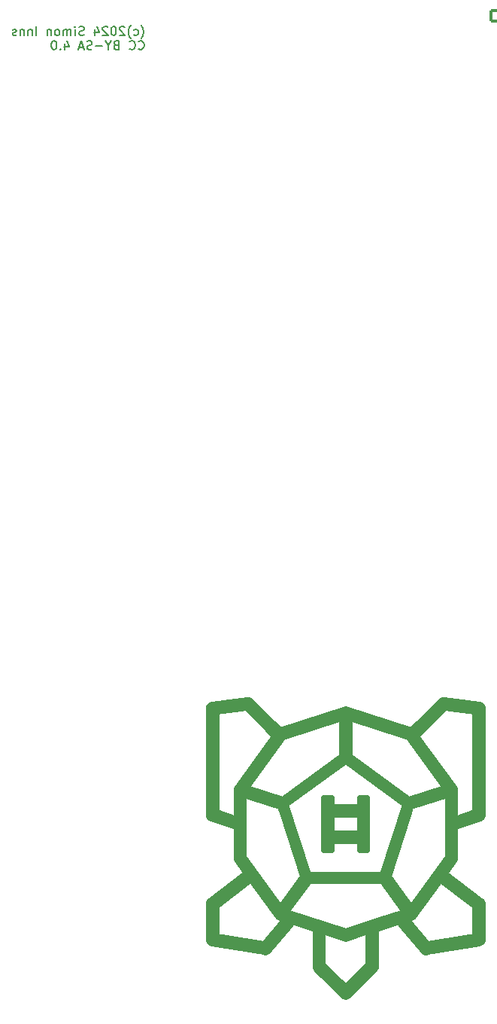
<source format=gbo>
G04 #@! TF.GenerationSoftware,KiCad,Pcbnew,7.0.10-7.0.10~ubuntu23.10.1*
G04 #@! TF.CreationDate,2024-01-06T16:48:24+01:00*
G04 #@! TF.ProjectId,valiant-turtle-2,76616c69-616e-4742-9d74-7572746c652d,rev?*
G04 #@! TF.SameCoordinates,Original*
G04 #@! TF.FileFunction,Legend,Bot*
G04 #@! TF.FilePolarity,Positive*
%FSLAX46Y46*%
G04 Gerber Fmt 4.6, Leading zero omitted, Abs format (unit mm)*
G04 Created by KiCad (PCBNEW 7.0.10-7.0.10~ubuntu23.10.1) date 2024-01-06 16:48:24*
%MOMM*%
%LPD*%
G01*
G04 APERTURE LIST*
G04 Aperture macros list*
%AMRoundRect*
0 Rectangle with rounded corners*
0 $1 Rounding radius*
0 $2 $3 $4 $5 $6 $7 $8 $9 X,Y pos of 4 corners*
0 Add a 4 corners polygon primitive as box body*
4,1,4,$2,$3,$4,$5,$6,$7,$8,$9,$2,$3,0*
0 Add four circle primitives for the rounded corners*
1,1,$1+$1,$2,$3*
1,1,$1+$1,$4,$5*
1,1,$1+$1,$6,$7*
1,1,$1+$1,$8,$9*
0 Add four rect primitives between the rounded corners*
20,1,$1+$1,$2,$3,$4,$5,0*
20,1,$1+$1,$4,$5,$6,$7,0*
20,1,$1+$1,$6,$7,$8,$9,0*
20,1,$1+$1,$8,$9,$2,$3,0*%
%AMHorizOval*
0 Thick line with rounded ends*
0 $1 width*
0 $2 $3 position (X,Y) of the first rounded end (center of the circle)*
0 $4 $5 position (X,Y) of the second rounded end (center of the circle)*
0 Add line between two ends*
20,1,$1,$2,$3,$4,$5,0*
0 Add two circle primitives to create the rounded ends*
1,1,$1,$2,$3*
1,1,$1,$4,$5*%
%AMFreePoly0*
4,1,28,0.605014,0.794986,0.644504,0.794986,0.724698,0.756366,0.780194,0.686777,0.800000,0.600000,0.800000,-0.600000,0.780194,-0.686777,0.724698,-0.756366,0.644504,-0.794986,0.605014,-0.794986,0.600000,-0.800000,0.000000,-0.800000,-0.178017,-0.779942,-0.347107,-0.720775,-0.498792,-0.625465,-0.625465,-0.498792,-0.720775,-0.347107,-0.779942,-0.178017,-0.800000,0.000000,-0.779942,0.178017,
-0.720775,0.347107,-0.625465,0.498792,-0.498792,0.625465,-0.347107,0.720775,-0.178017,0.779942,0.000000,0.800000,0.600000,0.800000,0.605014,0.794986,0.605014,0.794986,$1*%
%AMFreePoly1*
4,1,28,0.178017,0.779942,0.347107,0.720775,0.498792,0.625465,0.625465,0.498792,0.720775,0.347107,0.779942,0.178017,0.800000,0.000000,0.779942,-0.178017,0.720775,-0.347107,0.625465,-0.498792,0.498792,-0.625465,0.347107,-0.720775,0.178017,-0.779942,0.000000,-0.800000,-0.600000,-0.800000,-0.605014,-0.794986,-0.644504,-0.794986,-0.724698,-0.756366,-0.780194,-0.686777,-0.800000,-0.600000,
-0.800000,0.600000,-0.780194,0.686777,-0.724698,0.756366,-0.644504,0.794986,-0.605014,0.794986,-0.600000,0.800000,0.000000,0.800000,0.178017,0.779942,0.178017,0.779942,$1*%
G04 Aperture macros list end*
%ADD10C,0.500000*%
%ADD11C,0.150000*%
%ADD12RoundRect,0.250000X0.527882X-0.802397X0.898703X0.338871X-0.527882X0.802397X-0.898703X-0.338871X0*%
%ADD13HorizOval,1.700000X-0.142658X0.046353X0.142658X-0.046353X0*%
%ADD14R,1.700000X1.700000*%
%ADD15O,1.700000X1.700000*%
%ADD16C,2.700000*%
%ADD17R,1.600000X1.600000*%
%ADD18O,1.600000X1.600000*%
%ADD19C,3.200000*%
%ADD20RoundRect,0.250000X0.911555X0.233866X-0.059266X0.939208X-0.911555X-0.233866X0.059266X-0.939208X0*%
%ADD21HorizOval,1.700000X0.073473X0.101127X-0.073473X-0.101127X0*%
%ADD22RoundRect,0.250000X0.504106X-0.794671X0.874926X0.346597X-0.504106X0.794671X-0.874926X-0.346597X0*%
%ADD23HorizOval,1.700000X-0.118882X0.038627X0.118882X-0.038627X0*%
%ADD24RoundRect,0.250000X-0.874926X0.346597X-0.504106X-0.794671X0.874926X-0.346597X0.504106X0.794671X0*%
%ADD25HorizOval,1.700000X-0.118882X-0.038627X0.118882X0.038627X0*%
%ADD26C,2.200000*%
%ADD27C,1.850000*%
%ADD28RoundRect,0.200000X-0.600000X-0.600000X0.600000X-0.600000X0.600000X0.600000X-0.600000X0.600000X0*%
%ADD29C,1.600000*%
%ADD30FreePoly0,0.000000*%
%ADD31FreePoly1,0.000000*%
G04 APERTURE END LIST*
D10*
X106895190Y-123233198D02*
X110895190Y-123733198D01*
X110956790Y-123744901D01*
X111016591Y-123764299D01*
X111073390Y-123791101D01*
X111126390Y-123824701D01*
X111174790Y-123864698D01*
X111217790Y-123910501D01*
X111254590Y-123961301D01*
X111284890Y-124016302D01*
X111307990Y-124074701D01*
X111323590Y-124135500D01*
X111331491Y-124197801D01*
X111331491Y-136260603D01*
X111323590Y-136322904D01*
X111307990Y-136383710D01*
X111284890Y-136442091D01*
X111254590Y-136497114D01*
X111217790Y-136547926D01*
X111174790Y-136593687D01*
X111126390Y-136633711D01*
X111073390Y-136667356D01*
X111016591Y-136694090D01*
X108196191Y-137634184D01*
X108196191Y-141246410D01*
X107073789Y-142791299D01*
X107126390Y-142824689D01*
X111126390Y-145824690D01*
X111174790Y-145864710D01*
X111217790Y-145910470D01*
X111254590Y-145961290D01*
X111284890Y-146016310D01*
X111307990Y-146074690D01*
X111323590Y-146135500D01*
X111331491Y-146197800D01*
X111331491Y-150260600D01*
X111323590Y-150322900D01*
X111307990Y-150383700D01*
X111284890Y-150442100D01*
X111254590Y-150497100D01*
X111217790Y-150547900D01*
X111174790Y-150593700D01*
X111126390Y-150633700D01*
X111073390Y-150667300D01*
X111016591Y-150694100D01*
X110956790Y-150713500D01*
X110895190Y-150725200D01*
X105033361Y-151702164D01*
X104895139Y-151725200D01*
X104832490Y-151729200D01*
X104769820Y-151725200D01*
X104708131Y-151713500D01*
X104648419Y-151694100D01*
X104591599Y-151667300D01*
X104538590Y-151633700D01*
X104490201Y-151593700D01*
X104447221Y-151547900D01*
X101947221Y-148547900D01*
X101910329Y-148497100D01*
X101880071Y-148442100D01*
X101856950Y-148383700D01*
X101841340Y-148322900D01*
X101835740Y-148278600D01*
X99314000Y-149098000D01*
X99323621Y-149135500D01*
X99331500Y-149197800D01*
X99331500Y-153260601D01*
X99323621Y-153322900D01*
X99308009Y-153383699D01*
X99284900Y-153442100D01*
X99254640Y-153497100D01*
X99217740Y-153547901D01*
X99174760Y-153593700D01*
X96174760Y-156593700D01*
X96126374Y-156633699D01*
X96073365Y-156667301D01*
X96016542Y-156694099D01*
X95956834Y-156713501D01*
X95895143Y-156725200D01*
X95832490Y-156729200D01*
X95769837Y-156725200D01*
X95708146Y-156713501D01*
X95648438Y-156694099D01*
X95591615Y-156667301D01*
X95538606Y-156633699D01*
X95490220Y-156593700D01*
X92490220Y-153593700D01*
X92447240Y-153547901D01*
X92410340Y-153497100D01*
X92380080Y-153442100D01*
X92356970Y-153383699D01*
X92341360Y-153322900D01*
X92333480Y-153260601D01*
X92333480Y-153021500D01*
X93331510Y-153021500D01*
X95832490Y-155522400D01*
X98333470Y-153021500D01*
X98333470Y-149416600D01*
X95832490Y-150229200D01*
X93331510Y-149416600D01*
X93331510Y-153021500D01*
X92333480Y-153021500D01*
X92333480Y-149197800D01*
X92341360Y-149135500D01*
X92350980Y-149098000D01*
X89829240Y-148278600D01*
X89823640Y-148322900D01*
X89808030Y-148383700D01*
X89784910Y-148442100D01*
X89754650Y-148497100D01*
X89717760Y-148547900D01*
X87217760Y-151547900D01*
X87174780Y-151593700D01*
X87126390Y-151633700D01*
X87073380Y-151667300D01*
X87016560Y-151694100D01*
X86956850Y-151713500D01*
X86895160Y-151725200D01*
X86832490Y-151729200D01*
X86769840Y-151725200D01*
X86631620Y-151702164D01*
X80769790Y-150725200D01*
X80708190Y-150713500D01*
X80648390Y-150694100D01*
X80591590Y-150667300D01*
X80538590Y-150633700D01*
X80490190Y-150593700D01*
X80447190Y-150547900D01*
X80410390Y-150497100D01*
X80380090Y-150442100D01*
X80356990Y-150383700D01*
X80341390Y-150322900D01*
X80333490Y-150260600D01*
X80333490Y-149805900D01*
X81331490Y-149805900D01*
X86631620Y-150689200D01*
X88893750Y-147974700D01*
X88470059Y-147837000D01*
X88191290Y-147746400D01*
X87721544Y-147099850D01*
X89279070Y-147099850D01*
X95832490Y-149229200D01*
X99693418Y-147974700D01*
X102771230Y-147974700D01*
X105033361Y-150689200D01*
X110333489Y-149805900D01*
X110333489Y-146479860D01*
X106538590Y-143633700D01*
X106490590Y-143593990D01*
X103473691Y-147746400D01*
X103194921Y-147837001D01*
X102771230Y-147974700D01*
X99693418Y-147974700D01*
X102385911Y-147099850D01*
X99946981Y-143742957D01*
X99916730Y-143701320D01*
X91748250Y-143701320D01*
X89279070Y-147099850D01*
X87721544Y-147099850D01*
X85174390Y-143593990D01*
X85126390Y-143633700D01*
X81331490Y-146479860D01*
X81331490Y-149805900D01*
X80333490Y-149805900D01*
X80333490Y-146197800D01*
X80341390Y-146135500D01*
X80356990Y-146074690D01*
X80380090Y-146016310D01*
X80410390Y-145961290D01*
X80447190Y-145910470D01*
X80490190Y-145864710D01*
X80538590Y-145824690D01*
X84538590Y-142824689D01*
X84591190Y-142791299D01*
X83468790Y-141246410D01*
X83468790Y-137634184D01*
X80648390Y-136694090D01*
X80591590Y-136667356D01*
X80538590Y-136633711D01*
X80490190Y-136593687D01*
X80447190Y-136547926D01*
X80410390Y-136497114D01*
X80380090Y-136442091D01*
X80356990Y-136383710D01*
X80341390Y-136322904D01*
X80333490Y-136260603D01*
X80333490Y-135869310D01*
X81331490Y-135869310D01*
X83468790Y-136581724D01*
X83468790Y-134046739D01*
X84419790Y-134046739D01*
X84419790Y-140937391D01*
X88470059Y-146512070D01*
X90939230Y-143113540D01*
X100725751Y-143113540D01*
X103194921Y-146512070D01*
X107245191Y-140937391D01*
X107245191Y-134046739D01*
X103249959Y-135344860D01*
X102940930Y-136295948D01*
X100725751Y-143113540D01*
X90939230Y-143113540D01*
X88724050Y-136295950D01*
X88415020Y-135344860D01*
X87557018Y-135066080D01*
X89175099Y-135066080D01*
X91717999Y-142892320D01*
X99946981Y-142892320D01*
X102489881Y-135066080D01*
X95832490Y-130229200D01*
X89175099Y-135066080D01*
X87557018Y-135066080D01*
X84419790Y-134046739D01*
X83468790Y-134046739D01*
X83468790Y-133211990D01*
X83553287Y-133095689D01*
X84728790Y-133095689D01*
X88724050Y-134393800D01*
X95332490Y-129592479D01*
X95332490Y-125391700D01*
X96332490Y-125391700D01*
X96332490Y-129592479D01*
X102940930Y-134393800D01*
X106936189Y-133095689D01*
X102885911Y-127521009D01*
X102326107Y-127339120D01*
X103929320Y-127339120D01*
X108196191Y-133211990D01*
X108196191Y-136581724D01*
X110333489Y-135869310D01*
X110333489Y-124670698D01*
X107012790Y-124255598D01*
X103929320Y-127339120D01*
X102326107Y-127339120D01*
X96332490Y-125391700D01*
X95332490Y-125391700D01*
X88779070Y-127521009D01*
X84728790Y-133095689D01*
X83553287Y-133095689D01*
X87735660Y-127339120D01*
X84652190Y-124255598D01*
X81331490Y-124670698D01*
X81331490Y-135869310D01*
X80333490Y-135869310D01*
X80333490Y-124197801D01*
X80341390Y-124135500D01*
X80356990Y-124074701D01*
X80380090Y-124016302D01*
X80410390Y-123961301D01*
X80447190Y-123910501D01*
X80490190Y-123864698D01*
X80538590Y-123824701D01*
X80591590Y-123791101D01*
X80648390Y-123764299D01*
X80708190Y-123744901D01*
X80769790Y-123733198D01*
X84769790Y-123233198D01*
X84832490Y-123229200D01*
X84895190Y-123233198D01*
X84956890Y-123244901D01*
X85016590Y-123264299D01*
X85073390Y-123291101D01*
X85126390Y-123324701D01*
X85174790Y-123364698D01*
X88440920Y-126630899D01*
X95832490Y-124229200D01*
X103224061Y-126630899D01*
X106490190Y-123364698D01*
X106538590Y-123324701D01*
X106591590Y-123291101D01*
X106648389Y-123264299D01*
X106708089Y-123244901D01*
X106769790Y-123233198D01*
X106832490Y-123229200D01*
X106895190Y-123233198D01*
G36*
X106895190Y-123233198D02*
G01*
X110895190Y-123733198D01*
X110956790Y-123744901D01*
X111016591Y-123764299D01*
X111073390Y-123791101D01*
X111126390Y-123824701D01*
X111174790Y-123864698D01*
X111217790Y-123910501D01*
X111254590Y-123961301D01*
X111284890Y-124016302D01*
X111307990Y-124074701D01*
X111323590Y-124135500D01*
X111331491Y-124197801D01*
X111331491Y-136260603D01*
X111323590Y-136322904D01*
X111307990Y-136383710D01*
X111284890Y-136442091D01*
X111254590Y-136497114D01*
X111217790Y-136547926D01*
X111174790Y-136593687D01*
X111126390Y-136633711D01*
X111073390Y-136667356D01*
X111016591Y-136694090D01*
X108196191Y-137634184D01*
X108196191Y-141246410D01*
X107073789Y-142791299D01*
X107126390Y-142824689D01*
X111126390Y-145824690D01*
X111174790Y-145864710D01*
X111217790Y-145910470D01*
X111254590Y-145961290D01*
X111284890Y-146016310D01*
X111307990Y-146074690D01*
X111323590Y-146135500D01*
X111331491Y-146197800D01*
X111331491Y-150260600D01*
X111323590Y-150322900D01*
X111307990Y-150383700D01*
X111284890Y-150442100D01*
X111254590Y-150497100D01*
X111217790Y-150547900D01*
X111174790Y-150593700D01*
X111126390Y-150633700D01*
X111073390Y-150667300D01*
X111016591Y-150694100D01*
X110956790Y-150713500D01*
X110895190Y-150725200D01*
X105033361Y-151702164D01*
X104895139Y-151725200D01*
X104832490Y-151729200D01*
X104769820Y-151725200D01*
X104708131Y-151713500D01*
X104648419Y-151694100D01*
X104591599Y-151667300D01*
X104538590Y-151633700D01*
X104490201Y-151593700D01*
X104447221Y-151547900D01*
X101947221Y-148547900D01*
X101910329Y-148497100D01*
X101880071Y-148442100D01*
X101856950Y-148383700D01*
X101841340Y-148322900D01*
X101835740Y-148278600D01*
X99314000Y-149098000D01*
X99323621Y-149135500D01*
X99331500Y-149197800D01*
X99331500Y-153260601D01*
X99323621Y-153322900D01*
X99308009Y-153383699D01*
X99284900Y-153442100D01*
X99254640Y-153497100D01*
X99217740Y-153547901D01*
X99174760Y-153593700D01*
X96174760Y-156593700D01*
X96126374Y-156633699D01*
X96073365Y-156667301D01*
X96016542Y-156694099D01*
X95956834Y-156713501D01*
X95895143Y-156725200D01*
X95832490Y-156729200D01*
X95769837Y-156725200D01*
X95708146Y-156713501D01*
X95648438Y-156694099D01*
X95591615Y-156667301D01*
X95538606Y-156633699D01*
X95490220Y-156593700D01*
X92490220Y-153593700D01*
X92447240Y-153547901D01*
X92410340Y-153497100D01*
X92380080Y-153442100D01*
X92356970Y-153383699D01*
X92341360Y-153322900D01*
X92333480Y-153260601D01*
X92333480Y-153021500D01*
X93331510Y-153021500D01*
X95832490Y-155522400D01*
X98333470Y-153021500D01*
X98333470Y-149416600D01*
X95832490Y-150229200D01*
X93331510Y-149416600D01*
X93331510Y-153021500D01*
X92333480Y-153021500D01*
X92333480Y-149197800D01*
X92341360Y-149135500D01*
X92350980Y-149098000D01*
X89829240Y-148278600D01*
X89823640Y-148322900D01*
X89808030Y-148383700D01*
X89784910Y-148442100D01*
X89754650Y-148497100D01*
X89717760Y-148547900D01*
X87217760Y-151547900D01*
X87174780Y-151593700D01*
X87126390Y-151633700D01*
X87073380Y-151667300D01*
X87016560Y-151694100D01*
X86956850Y-151713500D01*
X86895160Y-151725200D01*
X86832490Y-151729200D01*
X86769840Y-151725200D01*
X86631620Y-151702164D01*
X80769790Y-150725200D01*
X80708190Y-150713500D01*
X80648390Y-150694100D01*
X80591590Y-150667300D01*
X80538590Y-150633700D01*
X80490190Y-150593700D01*
X80447190Y-150547900D01*
X80410390Y-150497100D01*
X80380090Y-150442100D01*
X80356990Y-150383700D01*
X80341390Y-150322900D01*
X80333490Y-150260600D01*
X80333490Y-149805900D01*
X81331490Y-149805900D01*
X86631620Y-150689200D01*
X88893750Y-147974700D01*
X88470059Y-147837000D01*
X88191290Y-147746400D01*
X87721544Y-147099850D01*
X89279070Y-147099850D01*
X95832490Y-149229200D01*
X99693418Y-147974700D01*
X102771230Y-147974700D01*
X105033361Y-150689200D01*
X110333489Y-149805900D01*
X110333489Y-146479860D01*
X106538590Y-143633700D01*
X106490590Y-143593990D01*
X103473691Y-147746400D01*
X103194921Y-147837001D01*
X102771230Y-147974700D01*
X99693418Y-147974700D01*
X102385911Y-147099850D01*
X99946981Y-143742957D01*
X99916730Y-143701320D01*
X91748250Y-143701320D01*
X89279070Y-147099850D01*
X87721544Y-147099850D01*
X85174390Y-143593990D01*
X85126390Y-143633700D01*
X81331490Y-146479860D01*
X81331490Y-149805900D01*
X80333490Y-149805900D01*
X80333490Y-146197800D01*
X80341390Y-146135500D01*
X80356990Y-146074690D01*
X80380090Y-146016310D01*
X80410390Y-145961290D01*
X80447190Y-145910470D01*
X80490190Y-145864710D01*
X80538590Y-145824690D01*
X84538590Y-142824689D01*
X84591190Y-142791299D01*
X83468790Y-141246410D01*
X83468790Y-137634184D01*
X80648390Y-136694090D01*
X80591590Y-136667356D01*
X80538590Y-136633711D01*
X80490190Y-136593687D01*
X80447190Y-136547926D01*
X80410390Y-136497114D01*
X80380090Y-136442091D01*
X80356990Y-136383710D01*
X80341390Y-136322904D01*
X80333490Y-136260603D01*
X80333490Y-135869310D01*
X81331490Y-135869310D01*
X83468790Y-136581724D01*
X83468790Y-134046739D01*
X84419790Y-134046739D01*
X84419790Y-140937391D01*
X88470059Y-146512070D01*
X90939230Y-143113540D01*
X100725751Y-143113540D01*
X103194921Y-146512070D01*
X107245191Y-140937391D01*
X107245191Y-134046739D01*
X103249959Y-135344860D01*
X102940930Y-136295948D01*
X100725751Y-143113540D01*
X90939230Y-143113540D01*
X88724050Y-136295950D01*
X88415020Y-135344860D01*
X87557018Y-135066080D01*
X89175099Y-135066080D01*
X91717999Y-142892320D01*
X99946981Y-142892320D01*
X102489881Y-135066080D01*
X95832490Y-130229200D01*
X89175099Y-135066080D01*
X87557018Y-135066080D01*
X84419790Y-134046739D01*
X83468790Y-134046739D01*
X83468790Y-133211990D01*
X83553287Y-133095689D01*
X84728790Y-133095689D01*
X88724050Y-134393800D01*
X95332490Y-129592479D01*
X95332490Y-125391700D01*
X96332490Y-125391700D01*
X96332490Y-129592479D01*
X102940930Y-134393800D01*
X106936189Y-133095689D01*
X102885911Y-127521009D01*
X102326107Y-127339120D01*
X103929320Y-127339120D01*
X108196191Y-133211990D01*
X108196191Y-136581724D01*
X110333489Y-135869310D01*
X110333489Y-124670698D01*
X107012790Y-124255598D01*
X103929320Y-127339120D01*
X102326107Y-127339120D01*
X96332490Y-125391700D01*
X95332490Y-125391700D01*
X88779070Y-127521009D01*
X84728790Y-133095689D01*
X83553287Y-133095689D01*
X87735660Y-127339120D01*
X84652190Y-124255598D01*
X81331490Y-124670698D01*
X81331490Y-135869310D01*
X80333490Y-135869310D01*
X80333490Y-124197801D01*
X80341390Y-124135500D01*
X80356990Y-124074701D01*
X80380090Y-124016302D01*
X80410390Y-123961301D01*
X80447190Y-123910501D01*
X80490190Y-123864698D01*
X80538590Y-123824701D01*
X80591590Y-123791101D01*
X80648390Y-123764299D01*
X80708190Y-123744901D01*
X80769790Y-123733198D01*
X84769790Y-123233198D01*
X84832490Y-123229200D01*
X84895190Y-123233198D01*
X84956890Y-123244901D01*
X85016590Y-123264299D01*
X85073390Y-123291101D01*
X85126390Y-123324701D01*
X85174790Y-123364698D01*
X88440920Y-126630899D01*
X95832490Y-124229200D01*
X103224061Y-126630899D01*
X106490190Y-123364698D01*
X106538590Y-123324701D01*
X106591590Y-123291101D01*
X106648389Y-123264299D01*
X106708089Y-123244901D01*
X106769790Y-123233198D01*
X106832490Y-123229200D01*
X106895190Y-123233198D01*
G37*
X94332490Y-135229200D02*
X97332490Y-135229200D01*
X97332490Y-134229200D01*
X98332490Y-134229200D01*
X98332490Y-140229200D01*
X97332490Y-140229200D01*
X97332490Y-139229200D01*
X94332490Y-139229200D01*
X94332490Y-140229200D01*
X93332490Y-140229200D01*
X93332490Y-136229200D01*
X94332490Y-136229200D01*
X94332490Y-138229200D01*
X97332490Y-138229200D01*
X97332490Y-136229200D01*
X94332490Y-136229200D01*
X93332490Y-136229200D01*
X93332490Y-134229200D01*
X94332490Y-134229200D01*
X94332490Y-135229200D01*
G36*
X94332490Y-135229200D02*
G01*
X97332490Y-135229200D01*
X97332490Y-134229200D01*
X98332490Y-134229200D01*
X98332490Y-140229200D01*
X97332490Y-140229200D01*
X97332490Y-139229200D01*
X94332490Y-139229200D01*
X94332490Y-140229200D01*
X93332490Y-140229200D01*
X93332490Y-136229200D01*
X94332490Y-136229200D01*
X94332490Y-138229200D01*
X97332490Y-138229200D01*
X97332490Y-136229200D01*
X94332490Y-136229200D01*
X93332490Y-136229200D01*
X93332490Y-134229200D01*
X94332490Y-134229200D01*
X94332490Y-135229200D01*
G37*
D11*
X72783506Y-48932771D02*
X72831125Y-48885152D01*
X72831125Y-48885152D02*
X72926363Y-48742295D01*
X72926363Y-48742295D02*
X72973982Y-48647057D01*
X72973982Y-48647057D02*
X73021601Y-48504200D01*
X73021601Y-48504200D02*
X73069220Y-48266104D01*
X73069220Y-48266104D02*
X73069220Y-48075628D01*
X73069220Y-48075628D02*
X73021601Y-47837533D01*
X73021601Y-47837533D02*
X72973982Y-47694676D01*
X72973982Y-47694676D02*
X72926363Y-47599438D01*
X72926363Y-47599438D02*
X72831125Y-47456580D01*
X72831125Y-47456580D02*
X72783506Y-47408961D01*
X71973982Y-48504200D02*
X72069220Y-48551819D01*
X72069220Y-48551819D02*
X72259696Y-48551819D01*
X72259696Y-48551819D02*
X72354934Y-48504200D01*
X72354934Y-48504200D02*
X72402553Y-48456580D01*
X72402553Y-48456580D02*
X72450172Y-48361342D01*
X72450172Y-48361342D02*
X72450172Y-48075628D01*
X72450172Y-48075628D02*
X72402553Y-47980390D01*
X72402553Y-47980390D02*
X72354934Y-47932771D01*
X72354934Y-47932771D02*
X72259696Y-47885152D01*
X72259696Y-47885152D02*
X72069220Y-47885152D01*
X72069220Y-47885152D02*
X71973982Y-47932771D01*
X71640648Y-48932771D02*
X71593029Y-48885152D01*
X71593029Y-48885152D02*
X71497791Y-48742295D01*
X71497791Y-48742295D02*
X71450172Y-48647057D01*
X71450172Y-48647057D02*
X71402553Y-48504200D01*
X71402553Y-48504200D02*
X71354934Y-48266104D01*
X71354934Y-48266104D02*
X71354934Y-48075628D01*
X71354934Y-48075628D02*
X71402553Y-47837533D01*
X71402553Y-47837533D02*
X71450172Y-47694676D01*
X71450172Y-47694676D02*
X71497791Y-47599438D01*
X71497791Y-47599438D02*
X71593029Y-47456580D01*
X71593029Y-47456580D02*
X71640648Y-47408961D01*
X70926362Y-47647057D02*
X70878743Y-47599438D01*
X70878743Y-47599438D02*
X70783505Y-47551819D01*
X70783505Y-47551819D02*
X70545410Y-47551819D01*
X70545410Y-47551819D02*
X70450172Y-47599438D01*
X70450172Y-47599438D02*
X70402553Y-47647057D01*
X70402553Y-47647057D02*
X70354934Y-47742295D01*
X70354934Y-47742295D02*
X70354934Y-47837533D01*
X70354934Y-47837533D02*
X70402553Y-47980390D01*
X70402553Y-47980390D02*
X70973981Y-48551819D01*
X70973981Y-48551819D02*
X70354934Y-48551819D01*
X69735886Y-47551819D02*
X69640648Y-47551819D01*
X69640648Y-47551819D02*
X69545410Y-47599438D01*
X69545410Y-47599438D02*
X69497791Y-47647057D01*
X69497791Y-47647057D02*
X69450172Y-47742295D01*
X69450172Y-47742295D02*
X69402553Y-47932771D01*
X69402553Y-47932771D02*
X69402553Y-48170866D01*
X69402553Y-48170866D02*
X69450172Y-48361342D01*
X69450172Y-48361342D02*
X69497791Y-48456580D01*
X69497791Y-48456580D02*
X69545410Y-48504200D01*
X69545410Y-48504200D02*
X69640648Y-48551819D01*
X69640648Y-48551819D02*
X69735886Y-48551819D01*
X69735886Y-48551819D02*
X69831124Y-48504200D01*
X69831124Y-48504200D02*
X69878743Y-48456580D01*
X69878743Y-48456580D02*
X69926362Y-48361342D01*
X69926362Y-48361342D02*
X69973981Y-48170866D01*
X69973981Y-48170866D02*
X69973981Y-47932771D01*
X69973981Y-47932771D02*
X69926362Y-47742295D01*
X69926362Y-47742295D02*
X69878743Y-47647057D01*
X69878743Y-47647057D02*
X69831124Y-47599438D01*
X69831124Y-47599438D02*
X69735886Y-47551819D01*
X69021600Y-47647057D02*
X68973981Y-47599438D01*
X68973981Y-47599438D02*
X68878743Y-47551819D01*
X68878743Y-47551819D02*
X68640648Y-47551819D01*
X68640648Y-47551819D02*
X68545410Y-47599438D01*
X68545410Y-47599438D02*
X68497791Y-47647057D01*
X68497791Y-47647057D02*
X68450172Y-47742295D01*
X68450172Y-47742295D02*
X68450172Y-47837533D01*
X68450172Y-47837533D02*
X68497791Y-47980390D01*
X68497791Y-47980390D02*
X69069219Y-48551819D01*
X69069219Y-48551819D02*
X68450172Y-48551819D01*
X67593029Y-47885152D02*
X67593029Y-48551819D01*
X67831124Y-47504200D02*
X68069219Y-48218485D01*
X68069219Y-48218485D02*
X67450172Y-48218485D01*
X66354933Y-48504200D02*
X66212076Y-48551819D01*
X66212076Y-48551819D02*
X65973981Y-48551819D01*
X65973981Y-48551819D02*
X65878743Y-48504200D01*
X65878743Y-48504200D02*
X65831124Y-48456580D01*
X65831124Y-48456580D02*
X65783505Y-48361342D01*
X65783505Y-48361342D02*
X65783505Y-48266104D01*
X65783505Y-48266104D02*
X65831124Y-48170866D01*
X65831124Y-48170866D02*
X65878743Y-48123247D01*
X65878743Y-48123247D02*
X65973981Y-48075628D01*
X65973981Y-48075628D02*
X66164457Y-48028009D01*
X66164457Y-48028009D02*
X66259695Y-47980390D01*
X66259695Y-47980390D02*
X66307314Y-47932771D01*
X66307314Y-47932771D02*
X66354933Y-47837533D01*
X66354933Y-47837533D02*
X66354933Y-47742295D01*
X66354933Y-47742295D02*
X66307314Y-47647057D01*
X66307314Y-47647057D02*
X66259695Y-47599438D01*
X66259695Y-47599438D02*
X66164457Y-47551819D01*
X66164457Y-47551819D02*
X65926362Y-47551819D01*
X65926362Y-47551819D02*
X65783505Y-47599438D01*
X65354933Y-48551819D02*
X65354933Y-47885152D01*
X65354933Y-47551819D02*
X65402552Y-47599438D01*
X65402552Y-47599438D02*
X65354933Y-47647057D01*
X65354933Y-47647057D02*
X65307314Y-47599438D01*
X65307314Y-47599438D02*
X65354933Y-47551819D01*
X65354933Y-47551819D02*
X65354933Y-47647057D01*
X64878743Y-48551819D02*
X64878743Y-47885152D01*
X64878743Y-47980390D02*
X64831124Y-47932771D01*
X64831124Y-47932771D02*
X64735886Y-47885152D01*
X64735886Y-47885152D02*
X64593029Y-47885152D01*
X64593029Y-47885152D02*
X64497791Y-47932771D01*
X64497791Y-47932771D02*
X64450172Y-48028009D01*
X64450172Y-48028009D02*
X64450172Y-48551819D01*
X64450172Y-48028009D02*
X64402553Y-47932771D01*
X64402553Y-47932771D02*
X64307315Y-47885152D01*
X64307315Y-47885152D02*
X64164458Y-47885152D01*
X64164458Y-47885152D02*
X64069219Y-47932771D01*
X64069219Y-47932771D02*
X64021600Y-48028009D01*
X64021600Y-48028009D02*
X64021600Y-48551819D01*
X63402553Y-48551819D02*
X63497791Y-48504200D01*
X63497791Y-48504200D02*
X63545410Y-48456580D01*
X63545410Y-48456580D02*
X63593029Y-48361342D01*
X63593029Y-48361342D02*
X63593029Y-48075628D01*
X63593029Y-48075628D02*
X63545410Y-47980390D01*
X63545410Y-47980390D02*
X63497791Y-47932771D01*
X63497791Y-47932771D02*
X63402553Y-47885152D01*
X63402553Y-47885152D02*
X63259696Y-47885152D01*
X63259696Y-47885152D02*
X63164458Y-47932771D01*
X63164458Y-47932771D02*
X63116839Y-47980390D01*
X63116839Y-47980390D02*
X63069220Y-48075628D01*
X63069220Y-48075628D02*
X63069220Y-48361342D01*
X63069220Y-48361342D02*
X63116839Y-48456580D01*
X63116839Y-48456580D02*
X63164458Y-48504200D01*
X63164458Y-48504200D02*
X63259696Y-48551819D01*
X63259696Y-48551819D02*
X63402553Y-48551819D01*
X62640648Y-47885152D02*
X62640648Y-48551819D01*
X62640648Y-47980390D02*
X62593029Y-47932771D01*
X62593029Y-47932771D02*
X62497791Y-47885152D01*
X62497791Y-47885152D02*
X62354934Y-47885152D01*
X62354934Y-47885152D02*
X62259696Y-47932771D01*
X62259696Y-47932771D02*
X62212077Y-48028009D01*
X62212077Y-48028009D02*
X62212077Y-48551819D01*
X60973981Y-48551819D02*
X60973981Y-47551819D01*
X60497791Y-47885152D02*
X60497791Y-48551819D01*
X60497791Y-47980390D02*
X60450172Y-47932771D01*
X60450172Y-47932771D02*
X60354934Y-47885152D01*
X60354934Y-47885152D02*
X60212077Y-47885152D01*
X60212077Y-47885152D02*
X60116839Y-47932771D01*
X60116839Y-47932771D02*
X60069220Y-48028009D01*
X60069220Y-48028009D02*
X60069220Y-48551819D01*
X59593029Y-47885152D02*
X59593029Y-48551819D01*
X59593029Y-47980390D02*
X59545410Y-47932771D01*
X59545410Y-47932771D02*
X59450172Y-47885152D01*
X59450172Y-47885152D02*
X59307315Y-47885152D01*
X59307315Y-47885152D02*
X59212077Y-47932771D01*
X59212077Y-47932771D02*
X59164458Y-48028009D01*
X59164458Y-48028009D02*
X59164458Y-48551819D01*
X58735886Y-48504200D02*
X58640648Y-48551819D01*
X58640648Y-48551819D02*
X58450172Y-48551819D01*
X58450172Y-48551819D02*
X58354934Y-48504200D01*
X58354934Y-48504200D02*
X58307315Y-48408961D01*
X58307315Y-48408961D02*
X58307315Y-48361342D01*
X58307315Y-48361342D02*
X58354934Y-48266104D01*
X58354934Y-48266104D02*
X58450172Y-48218485D01*
X58450172Y-48218485D02*
X58593029Y-48218485D01*
X58593029Y-48218485D02*
X58688267Y-48170866D01*
X58688267Y-48170866D02*
X58735886Y-48075628D01*
X58735886Y-48075628D02*
X58735886Y-48028009D01*
X58735886Y-48028009D02*
X58688267Y-47932771D01*
X58688267Y-47932771D02*
X58593029Y-47885152D01*
X58593029Y-47885152D02*
X58450172Y-47885152D01*
X58450172Y-47885152D02*
X58354934Y-47932771D01*
X72497792Y-50066580D02*
X72545411Y-50114200D01*
X72545411Y-50114200D02*
X72688268Y-50161819D01*
X72688268Y-50161819D02*
X72783506Y-50161819D01*
X72783506Y-50161819D02*
X72926363Y-50114200D01*
X72926363Y-50114200D02*
X73021601Y-50018961D01*
X73021601Y-50018961D02*
X73069220Y-49923723D01*
X73069220Y-49923723D02*
X73116839Y-49733247D01*
X73116839Y-49733247D02*
X73116839Y-49590390D01*
X73116839Y-49590390D02*
X73069220Y-49399914D01*
X73069220Y-49399914D02*
X73021601Y-49304676D01*
X73021601Y-49304676D02*
X72926363Y-49209438D01*
X72926363Y-49209438D02*
X72783506Y-49161819D01*
X72783506Y-49161819D02*
X72688268Y-49161819D01*
X72688268Y-49161819D02*
X72545411Y-49209438D01*
X72545411Y-49209438D02*
X72497792Y-49257057D01*
X71497792Y-50066580D02*
X71545411Y-50114200D01*
X71545411Y-50114200D02*
X71688268Y-50161819D01*
X71688268Y-50161819D02*
X71783506Y-50161819D01*
X71783506Y-50161819D02*
X71926363Y-50114200D01*
X71926363Y-50114200D02*
X72021601Y-50018961D01*
X72021601Y-50018961D02*
X72069220Y-49923723D01*
X72069220Y-49923723D02*
X72116839Y-49733247D01*
X72116839Y-49733247D02*
X72116839Y-49590390D01*
X72116839Y-49590390D02*
X72069220Y-49399914D01*
X72069220Y-49399914D02*
X72021601Y-49304676D01*
X72021601Y-49304676D02*
X71926363Y-49209438D01*
X71926363Y-49209438D02*
X71783506Y-49161819D01*
X71783506Y-49161819D02*
X71688268Y-49161819D01*
X71688268Y-49161819D02*
X71545411Y-49209438D01*
X71545411Y-49209438D02*
X71497792Y-49257057D01*
X69973982Y-49638009D02*
X69831125Y-49685628D01*
X69831125Y-49685628D02*
X69783506Y-49733247D01*
X69783506Y-49733247D02*
X69735887Y-49828485D01*
X69735887Y-49828485D02*
X69735887Y-49971342D01*
X69735887Y-49971342D02*
X69783506Y-50066580D01*
X69783506Y-50066580D02*
X69831125Y-50114200D01*
X69831125Y-50114200D02*
X69926363Y-50161819D01*
X69926363Y-50161819D02*
X70307315Y-50161819D01*
X70307315Y-50161819D02*
X70307315Y-49161819D01*
X70307315Y-49161819D02*
X69973982Y-49161819D01*
X69973982Y-49161819D02*
X69878744Y-49209438D01*
X69878744Y-49209438D02*
X69831125Y-49257057D01*
X69831125Y-49257057D02*
X69783506Y-49352295D01*
X69783506Y-49352295D02*
X69783506Y-49447533D01*
X69783506Y-49447533D02*
X69831125Y-49542771D01*
X69831125Y-49542771D02*
X69878744Y-49590390D01*
X69878744Y-49590390D02*
X69973982Y-49638009D01*
X69973982Y-49638009D02*
X70307315Y-49638009D01*
X69116839Y-49685628D02*
X69116839Y-50161819D01*
X69450172Y-49161819D02*
X69116839Y-49685628D01*
X69116839Y-49685628D02*
X68783506Y-49161819D01*
X68450172Y-49780866D02*
X67688268Y-49780866D01*
X67259696Y-50114200D02*
X67116839Y-50161819D01*
X67116839Y-50161819D02*
X66878744Y-50161819D01*
X66878744Y-50161819D02*
X66783506Y-50114200D01*
X66783506Y-50114200D02*
X66735887Y-50066580D01*
X66735887Y-50066580D02*
X66688268Y-49971342D01*
X66688268Y-49971342D02*
X66688268Y-49876104D01*
X66688268Y-49876104D02*
X66735887Y-49780866D01*
X66735887Y-49780866D02*
X66783506Y-49733247D01*
X66783506Y-49733247D02*
X66878744Y-49685628D01*
X66878744Y-49685628D02*
X67069220Y-49638009D01*
X67069220Y-49638009D02*
X67164458Y-49590390D01*
X67164458Y-49590390D02*
X67212077Y-49542771D01*
X67212077Y-49542771D02*
X67259696Y-49447533D01*
X67259696Y-49447533D02*
X67259696Y-49352295D01*
X67259696Y-49352295D02*
X67212077Y-49257057D01*
X67212077Y-49257057D02*
X67164458Y-49209438D01*
X67164458Y-49209438D02*
X67069220Y-49161819D01*
X67069220Y-49161819D02*
X66831125Y-49161819D01*
X66831125Y-49161819D02*
X66688268Y-49209438D01*
X66307315Y-49876104D02*
X65831125Y-49876104D01*
X66402553Y-50161819D02*
X66069220Y-49161819D01*
X66069220Y-49161819D02*
X65735887Y-50161819D01*
X64212077Y-49495152D02*
X64212077Y-50161819D01*
X64450172Y-49114200D02*
X64688267Y-49828485D01*
X64688267Y-49828485D02*
X64069220Y-49828485D01*
X63688267Y-50066580D02*
X63640648Y-50114200D01*
X63640648Y-50114200D02*
X63688267Y-50161819D01*
X63688267Y-50161819D02*
X63735886Y-50114200D01*
X63735886Y-50114200D02*
X63688267Y-50066580D01*
X63688267Y-50066580D02*
X63688267Y-50161819D01*
X63021601Y-49161819D02*
X62926363Y-49161819D01*
X62926363Y-49161819D02*
X62831125Y-49209438D01*
X62831125Y-49209438D02*
X62783506Y-49257057D01*
X62783506Y-49257057D02*
X62735887Y-49352295D01*
X62735887Y-49352295D02*
X62688268Y-49542771D01*
X62688268Y-49542771D02*
X62688268Y-49780866D01*
X62688268Y-49780866D02*
X62735887Y-49971342D01*
X62735887Y-49971342D02*
X62783506Y-50066580D01*
X62783506Y-50066580D02*
X62831125Y-50114200D01*
X62831125Y-50114200D02*
X62926363Y-50161819D01*
X62926363Y-50161819D02*
X63021601Y-50161819D01*
X63021601Y-50161819D02*
X63116839Y-50114200D01*
X63116839Y-50114200D02*
X63164458Y-50066580D01*
X63164458Y-50066580D02*
X63212077Y-49971342D01*
X63212077Y-49971342D02*
X63259696Y-49780866D01*
X63259696Y-49780866D02*
X63259696Y-49542771D01*
X63259696Y-49542771D02*
X63212077Y-49352295D01*
X63212077Y-49352295D02*
X63164458Y-49257057D01*
X63164458Y-49257057D02*
X63116839Y-49209438D01*
X63116839Y-49209438D02*
X63021601Y-49161819D01*
%LPC*%
D12*
X44947458Y-85435641D03*
D13*
X45720000Y-83058000D03*
D14*
X139954000Y-61722000D03*
D15*
X139954000Y-64262000D03*
X139954000Y-66802000D03*
D16*
X111125000Y-153416000D03*
D17*
X126746000Y-115062000D03*
D18*
X129286000Y-115062000D03*
X131826000Y-115062000D03*
X134366000Y-115062000D03*
X136906000Y-115062000D03*
X139446000Y-115062000D03*
X141986000Y-115062000D03*
X144526000Y-115062000D03*
X144526000Y-102362000D03*
X141986000Y-102362000D03*
X139446000Y-102362000D03*
X136906000Y-102362000D03*
X134366000Y-102362000D03*
X131826000Y-102362000D03*
X129286000Y-102362000D03*
X126746000Y-102362000D03*
D19*
X95981600Y-48312000D03*
D14*
X135890000Y-66802000D03*
X78486000Y-85852000D03*
D15*
X81026000Y-85852000D03*
X83566000Y-85852000D03*
D20*
X61385040Y-140977123D03*
D21*
X59362498Y-139507660D03*
X57339955Y-138038197D03*
X55317413Y-136568734D03*
X53294870Y-135099270D03*
X51272328Y-133629807D03*
X49249785Y-132160344D03*
D14*
X92075000Y-118110000D03*
D15*
X94615000Y-118110000D03*
X97155000Y-118110000D03*
X99695000Y-118110000D03*
D22*
X47752000Y-76200000D03*
D23*
X48524542Y-73822359D03*
X49297085Y-71444717D03*
D24*
X152400000Y-101600000D03*
D25*
X153172542Y-103977641D03*
X153945085Y-106355283D03*
X154717627Y-108732924D03*
D14*
X136144000Y-94234000D03*
D15*
X136144000Y-91694000D03*
X136144000Y-89154000D03*
X136144000Y-86614000D03*
X136144000Y-84074000D03*
D26*
X118941000Y-46485000D03*
D27*
X119241000Y-49515000D03*
X124091000Y-49515000D03*
D26*
X124391000Y-46485000D03*
D28*
X112776000Y-46355000D03*
D29*
X112776000Y-48895000D03*
D30*
X112776000Y-51435000D03*
D29*
X112776000Y-53975000D03*
X112776000Y-56515000D03*
X112776000Y-59055000D03*
X112776000Y-61595000D03*
D30*
X112776000Y-64135000D03*
D29*
X112776000Y-66675000D03*
X112776000Y-69215000D03*
X112776000Y-71755000D03*
X112776000Y-74295000D03*
D30*
X112776000Y-76835000D03*
D29*
X112776000Y-79375000D03*
X112776000Y-81915000D03*
X112776000Y-84455000D03*
X112776000Y-86995000D03*
D30*
X112776000Y-89535000D03*
D29*
X112776000Y-92075000D03*
X112776000Y-94615000D03*
X130556000Y-94615000D03*
X130556000Y-92075000D03*
D31*
X130556000Y-89535000D03*
D29*
X130556000Y-86995000D03*
X130556000Y-84455000D03*
X130556000Y-81915000D03*
X130556000Y-79375000D03*
D31*
X130556000Y-76835000D03*
D29*
X130556000Y-74295000D03*
X130556000Y-71755000D03*
X130556000Y-69215000D03*
X130556000Y-66675000D03*
D31*
X130556000Y-64135000D03*
D29*
X130556000Y-61595000D03*
X130556000Y-59055000D03*
X130556000Y-56515000D03*
X130556000Y-53975000D03*
D31*
X130556000Y-51435000D03*
D29*
X130556000Y-48895000D03*
X130556000Y-46355000D03*
D16*
X80645000Y-153416000D03*
D14*
X107188000Y-46228000D03*
D15*
X107188000Y-48768000D03*
X107188000Y-51308000D03*
D16*
X111125000Y-114554000D03*
D14*
X107188000Y-67818000D03*
D19*
X35981600Y-120312000D03*
D17*
X49022000Y-115062000D03*
D18*
X51562000Y-115062000D03*
X54102000Y-115062000D03*
X56642000Y-115062000D03*
X59182000Y-115062000D03*
X61722000Y-115062000D03*
X64262000Y-115062000D03*
X66802000Y-115062000D03*
X66802000Y-102362000D03*
X64262000Y-102362000D03*
X61722000Y-102362000D03*
X59182000Y-102362000D03*
X56642000Y-102362000D03*
X54102000Y-102362000D03*
X51562000Y-102362000D03*
X49022000Y-102362000D03*
D16*
X80645000Y-114554000D03*
D22*
X37338000Y-108966000D03*
D23*
X38110542Y-106588359D03*
X38883085Y-104210717D03*
X39655627Y-101833076D03*
D14*
X107188000Y-94488000D03*
D15*
X107188000Y-91948000D03*
D19*
X155981600Y-120312000D03*
%LPD*%
M02*

</source>
